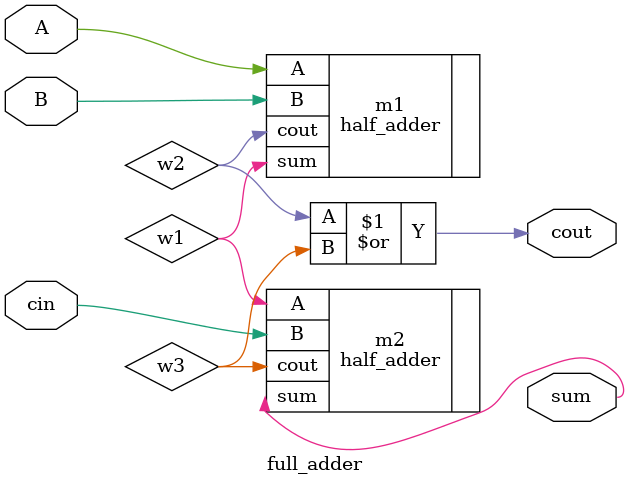
<source format=v>
`timescale 1ns / 1ps

module full_adder(A,B,cin,sum,cout);
  input A,B,cin;
  output sum,cout;
  wire w1,w2,w3;
  
  half_adder m1(.A(A),.B(B),.sum(w1),.cout(w2));
  half_adder m2(.A(w1),.B(cin),.sum(sum),.cout(w3));
  
  assign cout = w2 | w3;
  
endmodule

// using continuous assignment
/* module full_adder(A,B,cin,sum,cout);
    input A,B,cin;
    output sum,cout;
   
    assign {cout,sum} = A + B + cin;
  endmodule*/
  
//using Behavioral modeling
/* module full_adder(A,B,cin,sum,cout);
     input A,B,cin;
     output reg sum,cout;
     
     always@(*)begin
       {cout,sum} = A + B + cin;
     end
   endmodule */
   
/*module  full_adder(A,B,cin,sum,cout);
   input A,B,cin;
   output sum,cout;
   wire w1,w2,w2;
   
   xor m1(w1,A,B);
   and m2(w2,A,B);
   
   xor m3(sum,w1,cin);
   and m4(w3,w1,cin);
   
   or m5(cout,w2,w3);
endmodule */

</source>
